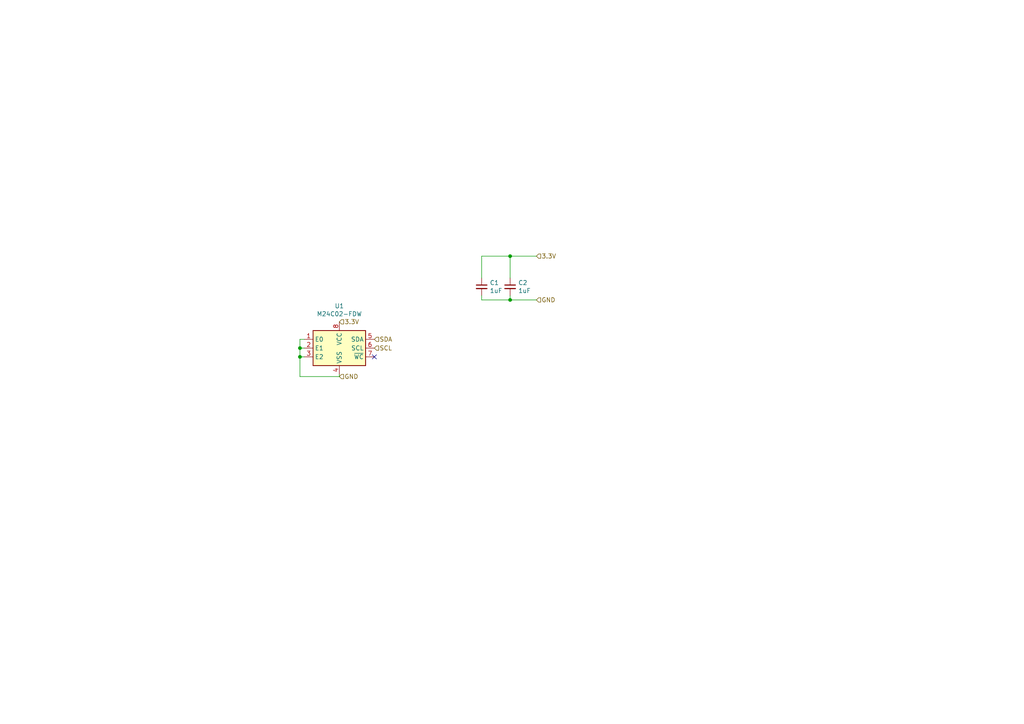
<source format=kicad_sch>
(kicad_sch (version 20211123) (generator eeschema)

  (uuid 48f827a8-6e22-4a2e-abdc-c2a03098d883)

  (paper "A4")

  (lib_symbols
    (symbol "Device:C_Small" (pin_numbers hide) (pin_names (offset 0.254) hide) (in_bom yes) (on_board yes)
      (property "Reference" "C" (id 0) (at 0.254 1.778 0)
        (effects (font (size 1.27 1.27)) (justify left))
      )
      (property "Value" "C_Small" (id 1) (at 0.254 -2.032 0)
        (effects (font (size 1.27 1.27)) (justify left))
      )
      (property "Footprint" "" (id 2) (at 0 0 0)
        (effects (font (size 1.27 1.27)) hide)
      )
      (property "Datasheet" "~" (id 3) (at 0 0 0)
        (effects (font (size 1.27 1.27)) hide)
      )
      (property "ki_keywords" "capacitor cap" (id 4) (at 0 0 0)
        (effects (font (size 1.27 1.27)) hide)
      )
      (property "ki_description" "Unpolarized capacitor, small symbol" (id 5) (at 0 0 0)
        (effects (font (size 1.27 1.27)) hide)
      )
      (property "ki_fp_filters" "C_*" (id 6) (at 0 0 0)
        (effects (font (size 1.27 1.27)) hide)
      )
      (symbol "C_Small_0_1"
        (polyline
          (pts
            (xy -1.524 -0.508)
            (xy 1.524 -0.508)
          )
          (stroke (width 0.3302) (type default) (color 0 0 0 0))
          (fill (type none))
        )
        (polyline
          (pts
            (xy -1.524 0.508)
            (xy 1.524 0.508)
          )
          (stroke (width 0.3048) (type default) (color 0 0 0 0))
          (fill (type none))
        )
      )
      (symbol "C_Small_1_1"
        (pin passive line (at 0 2.54 270) (length 2.032)
          (name "~" (effects (font (size 1.27 1.27))))
          (number "1" (effects (font (size 1.27 1.27))))
        )
        (pin passive line (at 0 -2.54 90) (length 2.032)
          (name "~" (effects (font (size 1.27 1.27))))
          (number "2" (effects (font (size 1.27 1.27))))
        )
      )
    )
    (symbol "Memory_EEPROM:M24C02-FDW" (in_bom yes) (on_board yes)
      (property "Reference" "U" (id 0) (at -6.35 6.35 0)
        (effects (font (size 1.27 1.27)))
      )
      (property "Value" "M24C02-FDW" (id 1) (at 7.62 6.35 0)
        (effects (font (size 1.27 1.27)))
      )
      (property "Footprint" "Package_SO:TSSOP-8_4.4x3mm_P0.65mm" (id 2) (at 0 8.89 0)
        (effects (font (size 1.27 1.27)) hide)
      )
      (property "Datasheet" "http://www.st.com/content/ccc/resource/technical/document/datasheet/b0/d8/50/40/5a/85/49/6f/DM00071904.pdf/files/DM00071904.pdf/jcr:content/translations/en.DM00071904.pdf" (id 3) (at 1.27 -12.7 0)
        (effects (font (size 1.27 1.27)) hide)
      )
      (property "ki_keywords" "Nonvolatile Non-Volatile Memory ROM ST" (id 4) (at 0 0 0)
        (effects (font (size 1.27 1.27)) hide)
      )
      (property "ki_description" "2Kb (256x8) I2C Serial EEPROM, 1.6-5.5V, TSSOP-8" (id 5) (at 0 0 0)
        (effects (font (size 1.27 1.27)) hide)
      )
      (property "ki_fp_filters" "TSSOP*4.4x3mm*P0.65mm*" (id 6) (at 0 0 0)
        (effects (font (size 1.27 1.27)) hide)
      )
      (symbol "M24C02-FDW_0_1"
        (rectangle (start -7.62 5.08) (end 7.62 -5.08)
          (stroke (width 0.254) (type default) (color 0 0 0 0))
          (fill (type background))
        )
      )
      (symbol "M24C02-FDW_1_1"
        (pin input line (at -10.16 2.54 0) (length 2.54)
          (name "E0" (effects (font (size 1.27 1.27))))
          (number "1" (effects (font (size 1.27 1.27))))
        )
        (pin input line (at -10.16 0 0) (length 2.54)
          (name "E1" (effects (font (size 1.27 1.27))))
          (number "2" (effects (font (size 1.27 1.27))))
        )
        (pin input line (at -10.16 -2.54 0) (length 2.54)
          (name "E2" (effects (font (size 1.27 1.27))))
          (number "3" (effects (font (size 1.27 1.27))))
        )
        (pin power_in line (at 0 -7.62 90) (length 2.54)
          (name "VSS" (effects (font (size 1.27 1.27))))
          (number "4" (effects (font (size 1.27 1.27))))
        )
        (pin bidirectional line (at 10.16 2.54 180) (length 2.54)
          (name "SDA" (effects (font (size 1.27 1.27))))
          (number "5" (effects (font (size 1.27 1.27))))
        )
        (pin input line (at 10.16 0 180) (length 2.54)
          (name "SCL" (effects (font (size 1.27 1.27))))
          (number "6" (effects (font (size 1.27 1.27))))
        )
        (pin input line (at 10.16 -2.54 180) (length 2.54)
          (name "~{WC}" (effects (font (size 1.27 1.27))))
          (number "7" (effects (font (size 1.27 1.27))))
        )
        (pin power_in line (at 0 7.62 270) (length 2.54)
          (name "VCC" (effects (font (size 1.27 1.27))))
          (number "8" (effects (font (size 1.27 1.27))))
        )
      )
    )
  )

  (junction (at 147.955 74.295) (diameter 0) (color 0 0 0 0)
    (uuid 15875808-74d5-4210-b8ca-aa8fbc04ae21)
  )
  (junction (at 147.955 86.995) (diameter 0) (color 0 0 0 0)
    (uuid 1860e030-7a36-4298-b7fc-a16d48ab15ba)
  )
  (junction (at 86.995 103.505) (diameter 0) (color 0 0 0 0)
    (uuid 6e105729-aba0-497c-a99e-c32d2b3ddb6d)
  )
  (junction (at 86.995 100.965) (diameter 0) (color 0 0 0 0)
    (uuid e9bb29b2-2bb9-4ea2-acd9-2bb3ca677a12)
  )

  (no_connect (at 108.585 103.505) (uuid a795f1ba-cdd5-4cc5-9a52-08586e982934))

  (wire (pts (xy 147.955 74.295) (xy 155.575 74.295))
    (stroke (width 0) (type default) (color 0 0 0 0))
    (uuid 0a3cc030-c9dd-4d74-9d50-715ed2b361a2)
  )
  (wire (pts (xy 98.425 109.22) (xy 98.425 108.585))
    (stroke (width 0) (type default) (color 0 0 0 0))
    (uuid 23bb2798-d93a-4696-a962-c305c4298a0c)
  )
  (wire (pts (xy 147.955 86.995) (xy 139.7 86.995))
    (stroke (width 0) (type default) (color 0 0 0 0))
    (uuid 3dcc657b-55a1-48e0-9667-e01e7b6b08b5)
  )
  (wire (pts (xy 88.265 98.425) (xy 86.995 98.425))
    (stroke (width 0) (type default) (color 0 0 0 0))
    (uuid 46918595-4a45-48e8-84c0-961b4db7f35f)
  )
  (wire (pts (xy 139.7 74.295) (xy 139.7 80.645))
    (stroke (width 0) (type default) (color 0 0 0 0))
    (uuid 5cbb5968-dbb5-4b84-864a-ead1cacf75b9)
  )
  (wire (pts (xy 86.995 100.965) (xy 86.995 103.505))
    (stroke (width 0) (type default) (color 0 0 0 0))
    (uuid 62c076a3-d618-44a2-9042-9a08b3576787)
  )
  (wire (pts (xy 88.265 103.505) (xy 86.995 103.505))
    (stroke (width 0) (type default) (color 0 0 0 0))
    (uuid 78cbdd6c-4878-4cc5-9a58-0e506478e37d)
  )
  (wire (pts (xy 147.955 74.295) (xy 147.955 80.645))
    (stroke (width 0) (type default) (color 0 0 0 0))
    (uuid 81bbc3ff-3938-49ac-8297-ce2bcc9a42bd)
  )
  (wire (pts (xy 155.575 86.995) (xy 147.955 86.995))
    (stroke (width 0) (type default) (color 0 0 0 0))
    (uuid 8322f275-268c-4e87-a69f-4cfbf05e747f)
  )
  (wire (pts (xy 86.995 109.22) (xy 98.425 109.22))
    (stroke (width 0) (type default) (color 0 0 0 0))
    (uuid 94c158d1-8503-4553-b511-bf42f506c2a8)
  )
  (wire (pts (xy 86.995 103.505) (xy 86.995 109.22))
    (stroke (width 0) (type default) (color 0 0 0 0))
    (uuid 983c426c-24e0-4c65-ab69-1f1824adc5c6)
  )
  (wire (pts (xy 86.995 98.425) (xy 86.995 100.965))
    (stroke (width 0) (type default) (color 0 0 0 0))
    (uuid 9ccf03e8-755a-4cd9-96fc-30e1d08fa253)
  )
  (wire (pts (xy 139.7 86.995) (xy 139.7 85.725))
    (stroke (width 0) (type default) (color 0 0 0 0))
    (uuid b6270a28-e0d9-4655-a18a-03dbf007b940)
  )
  (wire (pts (xy 88.265 100.965) (xy 86.995 100.965))
    (stroke (width 0) (type default) (color 0 0 0 0))
    (uuid c1d83899-e380-49f9-a87d-8e78bc089ebf)
  )
  (wire (pts (xy 147.955 74.295) (xy 139.7 74.295))
    (stroke (width 0) (type default) (color 0 0 0 0))
    (uuid dd00c2e1-6027-4717-b312-4fab3ee52002)
  )
  (wire (pts (xy 147.955 85.725) (xy 147.955 86.995))
    (stroke (width 0) (type default) (color 0 0 0 0))
    (uuid f3490fa5-5a27-423b-af60-53609669542c)
  )

  (hierarchical_label "GND" (shape input) (at 155.575 86.995 0)
    (effects (font (size 1.27 1.27)) (justify left))
    (uuid 0d0bb7b2-a6e5-46d2-9492-a1aa6e5a7b2f)
  )
  (hierarchical_label "3.3V" (shape input) (at 98.425 93.345 0)
    (effects (font (size 1.27 1.27)) (justify left))
    (uuid afb8e687-4a13-41a1-b8c0-89a749e897fe)
  )
  (hierarchical_label "3.3V" (shape input) (at 155.575 74.295 0)
    (effects (font (size 1.27 1.27)) (justify left))
    (uuid b1169a2d-8998-4b50-a48d-c520bcc1b8e1)
  )
  (hierarchical_label "SDA" (shape input) (at 108.585 98.425 0)
    (effects (font (size 1.27 1.27)) (justify left))
    (uuid d1262c4d-2245-4c4f-8f35-7bb32cd9e21e)
  )
  (hierarchical_label "SCL" (shape input) (at 108.585 100.965 0)
    (effects (font (size 1.27 1.27)) (justify left))
    (uuid d22e95aa-f3db-4fbc-a331-048a2523233e)
  )
  (hierarchical_label "GND" (shape input) (at 98.425 109.22 0)
    (effects (font (size 1.27 1.27)) (justify left))
    (uuid da469d11-a8a4-414b-9449-d151eeaf4853)
  )

  (symbol (lib_id "Memory_EEPROM:M24C02-FDW") (at 98.425 100.965 0) (unit 1)
    (in_bom yes) (on_board yes)
    (uuid 00000000-0000-0000-0000-000060a808a4)
    (property "Reference" "U1" (id 0) (at 98.425 88.7476 0))
    (property "Value" "M24C02-FDW" (id 1) (at 98.425 91.059 0))
    (property "Footprint" "Package_SO:TSSOP-8_4.4x3mm_P0.65mm" (id 2) (at 98.425 92.075 0)
      (effects (font (size 1.27 1.27)) hide)
    )
    (property "Datasheet" "http://www.st.com/content/ccc/resource/technical/document/datasheet/b0/d8/50/40/5a/85/49/6f/DM00071904.pdf/files/DM00071904.pdf/jcr:content/translations/en.DM00071904.pdf" (id 3) (at 99.695 113.665 0)
      (effects (font (size 1.27 1.27)) hide)
    )
    (pin "1" (uuid e2d92c44-d5f1-4abb-8fbb-b5f1dcb76fd8))
    (pin "2" (uuid 6819d8a4-bef4-4f32-b6cd-3b793390edf1))
    (pin "3" (uuid 4281a0c9-fcd8-4a3a-b34c-1c027443b7aa))
    (pin "4" (uuid 3212c425-c411-4011-a581-8baffa4d28e1))
    (pin "5" (uuid 911e458a-c00a-4d73-b032-b38b455659b8))
    (pin "6" (uuid 0155977b-38c6-4d03-80d0-f61b117e1f83))
    (pin "7" (uuid 15290291-2549-4336-a949-1259936bbab2))
    (pin "8" (uuid f248b6d2-2118-4767-85b6-d07965d159e9))
  )

  (symbol (lib_id "Device:C_Small") (at 147.955 83.185 0) (unit 1)
    (in_bom yes) (on_board yes)
    (uuid 00000000-0000-0000-0000-000060a895a5)
    (property "Reference" "C2" (id 0) (at 150.2918 82.0166 0)
      (effects (font (size 1.27 1.27)) (justify left))
    )
    (property "Value" "1uF" (id 1) (at 150.2918 84.328 0)
      (effects (font (size 1.27 1.27)) (justify left))
    )
    (property "Footprint" "Capacitor_SMD:C_0603_1608Metric" (id 2) (at 147.955 83.185 0)
      (effects (font (size 1.27 1.27)) hide)
    )
    (property "Datasheet" "~" (id 3) (at 147.955 83.185 0)
      (effects (font (size 1.27 1.27)) hide)
    )
    (pin "1" (uuid 906f4436-3300-4ae3-88c4-9baff7dec29d))
    (pin "2" (uuid d4a6d9e3-4c66-466c-ae8c-cc40eb1c2551))
  )

  (symbol (lib_id "Device:C_Small") (at 139.7 83.185 0) (unit 1)
    (in_bom yes) (on_board yes)
    (uuid 00000000-0000-0000-0000-000060a895b2)
    (property "Reference" "C1" (id 0) (at 142.0368 82.0166 0)
      (effects (font (size 1.27 1.27)) (justify left))
    )
    (property "Value" "1uF" (id 1) (at 142.0368 84.328 0)
      (effects (font (size 1.27 1.27)) (justify left))
    )
    (property "Footprint" "Capacitor_SMD:C_0603_1608Metric" (id 2) (at 139.7 83.185 0)
      (effects (font (size 1.27 1.27)) hide)
    )
    (property "Datasheet" "~" (id 3) (at 139.7 83.185 0)
      (effects (font (size 1.27 1.27)) hide)
    )
    (pin "1" (uuid 399191b8-8b7b-4250-8232-13bcd8d54727))
    (pin "2" (uuid 010961e2-6f48-4d46-93cd-06d9cc68cf94))
  )
)

</source>
